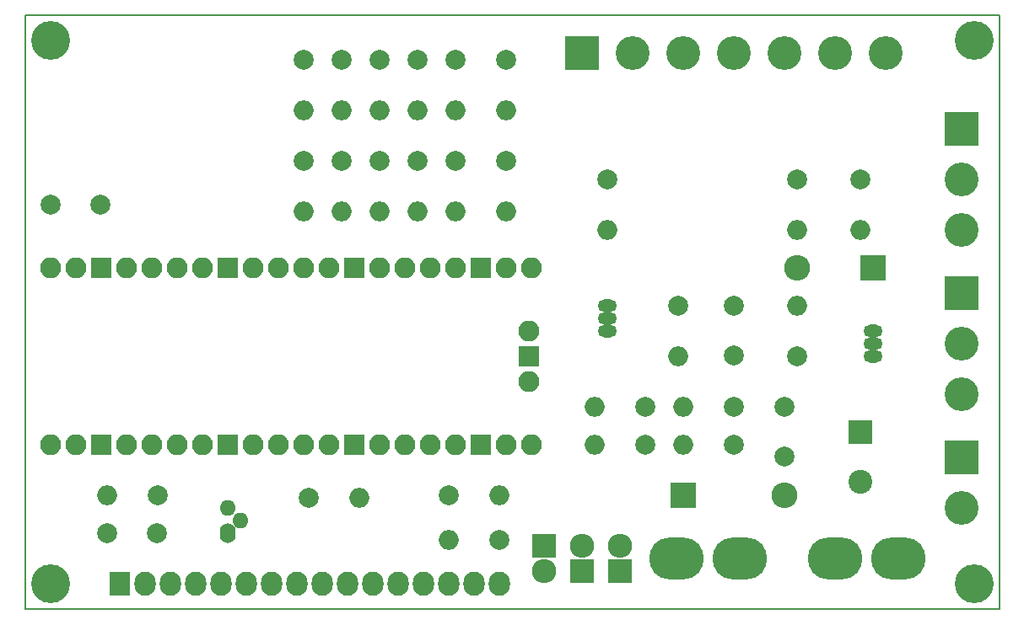
<source format=gbr>
G04 #@! TF.FileFunction,Soldermask,Bot*
%FSLAX46Y46*%
G04 Gerber Fmt 4.6, Leading zero omitted, Abs format (unit mm)*
G04 Created by KiCad (PCBNEW 4.0.5+dfsg1-4+deb9u1) date Sat Oct  1 11:34:18 2022*
%MOMM*%
%LPD*%
G01*
G04 APERTURE LIST*
%ADD10C,0.100000*%
%ADD11C,0.150000*%
%ADD12O,2.100000X2.100000*%
%ADD13R,2.100000X2.100000*%
%ADD14C,2.000000*%
%ADD15O,2.000000X2.000000*%
%ADD16R,3.400000X3.400000*%
%ADD17C,3.400000*%
%ADD18C,3.900000*%
%ADD19R,2.127200X2.432000*%
%ADD20O,2.127200X2.432000*%
%ADD21R,2.400000X2.400000*%
%ADD22C,2.400000*%
%ADD23R,2.600000X2.600000*%
%ADD24O,2.600000X2.600000*%
%ADD25O,5.480000X4.240000*%
%ADD26R,2.432000X2.432000*%
%ADD27O,2.432000X2.432000*%
%ADD28O,1.901140X1.299160*%
%ADD29O,1.600000X2.000000*%
%ADD30O,1.600000X1.600000*%
G04 APERTURE END LIST*
D10*
D11*
X101600000Y-119380000D02*
X101600000Y-59690000D01*
X199390000Y-119380000D02*
X101600000Y-119380000D01*
X199390000Y-59690000D02*
X199390000Y-119380000D01*
X101600000Y-59690000D02*
X199390000Y-59690000D01*
D12*
X104140000Y-102870000D03*
X106680000Y-102870000D03*
D13*
X109220000Y-102870000D03*
D12*
X111760000Y-102870000D03*
X114300000Y-102870000D03*
X116840000Y-102870000D03*
X119380000Y-102870000D03*
D13*
X121920000Y-102870000D03*
D12*
X124460000Y-102870000D03*
X127000000Y-102870000D03*
X129540000Y-102870000D03*
X132080000Y-102870000D03*
D13*
X134620000Y-102870000D03*
D12*
X137160000Y-102870000D03*
X139700000Y-102870000D03*
X142240000Y-102870000D03*
X144780000Y-102870000D03*
D13*
X147320000Y-102870000D03*
D12*
X149860000Y-102870000D03*
X152400000Y-102870000D03*
X152400000Y-85090000D03*
X149860000Y-85090000D03*
D13*
X147320000Y-85090000D03*
D12*
X144780000Y-85090000D03*
X142240000Y-85090000D03*
X139700000Y-85090000D03*
X137160000Y-85090000D03*
D13*
X134620000Y-85090000D03*
D12*
X132080000Y-85090000D03*
X129540000Y-85090000D03*
X127000000Y-85090000D03*
X124460000Y-85090000D03*
D13*
X121920000Y-85090000D03*
D12*
X119380000Y-85090000D03*
X116840000Y-85090000D03*
X114300000Y-85090000D03*
X111760000Y-85090000D03*
D13*
X109220000Y-85090000D03*
D12*
X106680000Y-85090000D03*
X104140000Y-85090000D03*
X152170000Y-96520000D03*
D13*
X152170000Y-93980000D03*
D12*
X152170000Y-91440000D03*
D14*
X149225000Y-112395000D03*
D15*
X144145000Y-112395000D03*
D16*
X195580000Y-87630000D03*
D17*
X195580000Y-92710000D03*
X195580000Y-97790000D03*
D18*
X104140000Y-62230000D03*
X104140000Y-116840000D03*
X196850000Y-116840000D03*
X196850000Y-62230000D03*
D19*
X111125000Y-116840000D03*
D20*
X113665000Y-116840000D03*
X116205000Y-116840000D03*
X118745000Y-116840000D03*
X121285000Y-116840000D03*
X123825000Y-116840000D03*
X126365000Y-116840000D03*
X128905000Y-116840000D03*
X131445000Y-116840000D03*
X133985000Y-116840000D03*
X136525000Y-116840000D03*
X139065000Y-116840000D03*
X141605000Y-116840000D03*
X144145000Y-116840000D03*
X146685000Y-116840000D03*
X149225000Y-116840000D03*
D21*
X185420000Y-101600000D03*
D22*
X185420000Y-106600000D03*
D14*
X109855000Y-111760000D03*
X114855000Y-111760000D03*
X172720000Y-88900000D03*
X172720000Y-93900000D03*
X104140000Y-78740000D03*
X109140000Y-78740000D03*
X177800000Y-99060000D03*
X177800000Y-104060000D03*
D23*
X167640000Y-107950000D03*
D24*
X177800000Y-107950000D03*
D23*
X186690000Y-85090000D03*
D24*
X179070000Y-85090000D03*
D25*
X189230000Y-114300000D03*
X182880000Y-114300000D03*
X173355000Y-114300000D03*
X167005000Y-114300000D03*
D16*
X195580000Y-104140000D03*
D17*
X195580000Y-109220000D03*
D16*
X195580000Y-71120000D03*
D17*
X195580000Y-76200000D03*
X195580000Y-81280000D03*
D26*
X153670000Y-113030000D03*
D27*
X153670000Y-115570000D03*
D26*
X157480000Y-115570000D03*
D27*
X157480000Y-113030000D03*
D26*
X161290000Y-115570000D03*
D27*
X161290000Y-113030000D03*
D17*
X182880000Y-63500000D03*
X162560000Y-63500000D03*
X167640000Y-63500000D03*
D16*
X157480000Y-63500000D03*
D17*
X172720000Y-63500000D03*
X177800000Y-63500000D03*
X187960000Y-63500000D03*
D14*
X179070000Y-76200000D03*
D15*
X179070000Y-81280000D03*
D14*
X179070000Y-93980000D03*
D15*
X179070000Y-88900000D03*
D14*
X185420000Y-76200000D03*
D15*
X185420000Y-81280000D03*
D14*
X167132000Y-88900000D03*
D15*
X167132000Y-93980000D03*
D14*
X130048000Y-108204000D03*
D15*
X135128000Y-108204000D03*
D14*
X160020000Y-76200000D03*
D15*
X160020000Y-81280000D03*
D14*
X114935000Y-107950000D03*
D15*
X109855000Y-107950000D03*
D14*
X144145000Y-107950000D03*
D15*
X149225000Y-107950000D03*
D28*
X186690000Y-92710000D03*
X186690000Y-91440000D03*
X186690000Y-93980000D03*
X160020000Y-90170000D03*
X160020000Y-91440000D03*
X160020000Y-88900000D03*
D29*
X121920000Y-111760000D03*
D30*
X123190000Y-110490000D03*
X121920000Y-109220000D03*
D14*
X129540000Y-74295000D03*
D15*
X129540000Y-79375000D03*
D14*
X133350000Y-74295000D03*
D15*
X133350000Y-79375000D03*
D14*
X137160000Y-74295000D03*
D15*
X137160000Y-79375000D03*
D14*
X140970000Y-74295000D03*
D15*
X140970000Y-79375000D03*
D14*
X144780000Y-74295000D03*
D15*
X144780000Y-79375000D03*
D14*
X149860000Y-74295000D03*
D15*
X149860000Y-79375000D03*
D14*
X163830000Y-99060000D03*
D15*
X158750000Y-99060000D03*
D14*
X163830000Y-102870000D03*
D15*
X158750000Y-102870000D03*
D14*
X129540000Y-64135000D03*
D15*
X129540000Y-69215000D03*
D14*
X133350000Y-64135000D03*
D15*
X133350000Y-69215000D03*
D14*
X137160000Y-64135000D03*
D15*
X137160000Y-69215000D03*
D14*
X140970000Y-64135000D03*
D15*
X140970000Y-69215000D03*
D14*
X144780000Y-64135000D03*
D15*
X144780000Y-69215000D03*
D14*
X149860000Y-64135000D03*
D15*
X149860000Y-69215000D03*
D14*
X172720000Y-99060000D03*
D15*
X167640000Y-99060000D03*
D14*
X172720000Y-102870000D03*
D15*
X167640000Y-102870000D03*
M02*

</source>
